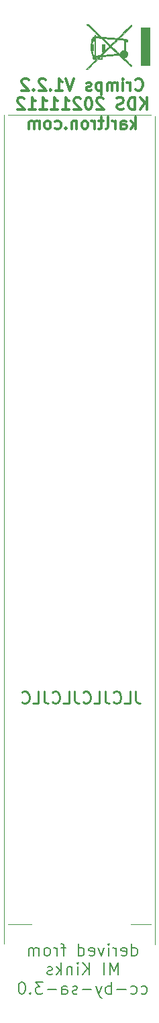
<source format=gbr>
%TF.GenerationSoftware,KiCad,Pcbnew,(6.0.7-1)-1*%
%TF.CreationDate,2022-09-24T04:55:17+07:00*%
%TF.ProjectId,benjolin_1.6_panel,62656e6a-6f6c-4696-9e5f-312e365f7061,rev?*%
%TF.SameCoordinates,Original*%
%TF.FileFunction,Legend,Bot*%
%TF.FilePolarity,Positive*%
%FSLAX46Y46*%
G04 Gerber Fmt 4.6, Leading zero omitted, Abs format (unit mm)*
G04 Created by KiCad (PCBNEW (6.0.7-1)-1) date 2022-09-24 04:55:17*
%MOMM*%
%LPD*%
G01*
G04 APERTURE LIST*
%ADD10C,0.120000*%
%ADD11C,0.300000*%
%ADD12C,0.250000*%
%ADD13C,0.200000*%
%ADD14C,0.010000*%
G04 APERTURE END LIST*
D10*
X19050000Y-142150000D02*
X19050000Y-37650000D01*
X22500000Y-139650000D02*
X19550000Y-139650000D01*
X37550000Y-139650000D02*
X35000000Y-139650000D01*
X38050000Y-37850000D02*
X38050000Y-142250000D01*
X37550000Y-37650000D02*
X19550000Y-37650000D01*
D11*
X35614285Y-34420714D02*
X35685714Y-34492142D01*
X35900000Y-34563571D01*
X36042857Y-34563571D01*
X36257142Y-34492142D01*
X36400000Y-34349285D01*
X36471428Y-34206428D01*
X36542857Y-33920714D01*
X36542857Y-33706428D01*
X36471428Y-33420714D01*
X36400000Y-33277857D01*
X36257142Y-33135000D01*
X36042857Y-33063571D01*
X35900000Y-33063571D01*
X35685714Y-33135000D01*
X35614285Y-33206428D01*
X34971428Y-34563571D02*
X34971428Y-33563571D01*
X34971428Y-33849285D02*
X34900000Y-33706428D01*
X34828571Y-33635000D01*
X34685714Y-33563571D01*
X34542857Y-33563571D01*
X34042857Y-34563571D02*
X34042857Y-33563571D01*
X34042857Y-33063571D02*
X34114285Y-33135000D01*
X34042857Y-33206428D01*
X33971428Y-33135000D01*
X34042857Y-33063571D01*
X34042857Y-33206428D01*
X33328571Y-34563571D02*
X33328571Y-33563571D01*
X33328571Y-33706428D02*
X33257142Y-33635000D01*
X33114285Y-33563571D01*
X32900000Y-33563571D01*
X32757142Y-33635000D01*
X32685714Y-33777857D01*
X32685714Y-34563571D01*
X32685714Y-33777857D02*
X32614285Y-33635000D01*
X32471428Y-33563571D01*
X32257142Y-33563571D01*
X32114285Y-33635000D01*
X32042857Y-33777857D01*
X32042857Y-34563571D01*
X31328571Y-33563571D02*
X31328571Y-35063571D01*
X31328571Y-33635000D02*
X31185714Y-33563571D01*
X30900000Y-33563571D01*
X30757142Y-33635000D01*
X30685714Y-33706428D01*
X30614285Y-33849285D01*
X30614285Y-34277857D01*
X30685714Y-34420714D01*
X30757142Y-34492142D01*
X30900000Y-34563571D01*
X31185714Y-34563571D01*
X31328571Y-34492142D01*
X30042857Y-34492142D02*
X29900000Y-34563571D01*
X29614285Y-34563571D01*
X29471428Y-34492142D01*
X29400000Y-34349285D01*
X29400000Y-34277857D01*
X29471428Y-34135000D01*
X29614285Y-34063571D01*
X29828571Y-34063571D01*
X29971428Y-33992142D01*
X30042857Y-33849285D01*
X30042857Y-33777857D01*
X29971428Y-33635000D01*
X29828571Y-33563571D01*
X29614285Y-33563571D01*
X29471428Y-33635000D01*
X27828571Y-33063571D02*
X27328571Y-34563571D01*
X26828571Y-33063571D01*
X25542857Y-34563571D02*
X26400000Y-34563571D01*
X25971428Y-34563571D02*
X25971428Y-33063571D01*
X26114285Y-33277857D01*
X26257142Y-33420714D01*
X26400000Y-33492142D01*
X24900000Y-34420714D02*
X24828571Y-34492142D01*
X24900000Y-34563571D01*
X24971428Y-34492142D01*
X24900000Y-34420714D01*
X24900000Y-34563571D01*
X24257142Y-33206428D02*
X24185714Y-33135000D01*
X24042857Y-33063571D01*
X23685714Y-33063571D01*
X23542857Y-33135000D01*
X23471428Y-33206428D01*
X23400000Y-33349285D01*
X23400000Y-33492142D01*
X23471428Y-33706428D01*
X24328571Y-34563571D01*
X23400000Y-34563571D01*
X22757142Y-34420714D02*
X22685714Y-34492142D01*
X22757142Y-34563571D01*
X22828571Y-34492142D01*
X22757142Y-34420714D01*
X22757142Y-34563571D01*
X22114285Y-33206428D02*
X22042857Y-33135000D01*
X21900000Y-33063571D01*
X21542857Y-33063571D01*
X21400000Y-33135000D01*
X21328571Y-33206428D01*
X21257142Y-33349285D01*
X21257142Y-33492142D01*
X21328571Y-33706428D01*
X22185714Y-34563571D01*
X21257142Y-34563571D01*
X37042857Y-36978571D02*
X37042857Y-35478571D01*
X36185714Y-36978571D02*
X36828571Y-36121428D01*
X36185714Y-35478571D02*
X37042857Y-36335714D01*
X35542857Y-36978571D02*
X35542857Y-35478571D01*
X35185714Y-35478571D01*
X34971428Y-35550000D01*
X34828571Y-35692857D01*
X34757142Y-35835714D01*
X34685714Y-36121428D01*
X34685714Y-36335714D01*
X34757142Y-36621428D01*
X34828571Y-36764285D01*
X34971428Y-36907142D01*
X35185714Y-36978571D01*
X35542857Y-36978571D01*
X34114285Y-36907142D02*
X33900000Y-36978571D01*
X33542857Y-36978571D01*
X33400000Y-36907142D01*
X33328571Y-36835714D01*
X33257142Y-36692857D01*
X33257142Y-36550000D01*
X33328571Y-36407142D01*
X33400000Y-36335714D01*
X33542857Y-36264285D01*
X33828571Y-36192857D01*
X33971428Y-36121428D01*
X34042857Y-36050000D01*
X34114285Y-35907142D01*
X34114285Y-35764285D01*
X34042857Y-35621428D01*
X33971428Y-35550000D01*
X33828571Y-35478571D01*
X33471428Y-35478571D01*
X33257142Y-35550000D01*
X31542857Y-35621428D02*
X31471428Y-35550000D01*
X31328571Y-35478571D01*
X30971428Y-35478571D01*
X30828571Y-35550000D01*
X30757142Y-35621428D01*
X30685714Y-35764285D01*
X30685714Y-35907142D01*
X30757142Y-36121428D01*
X31614285Y-36978571D01*
X30685714Y-36978571D01*
X29757142Y-35478571D02*
X29614285Y-35478571D01*
X29471428Y-35550000D01*
X29400000Y-35621428D01*
X29328571Y-35764285D01*
X29257142Y-36050000D01*
X29257142Y-36407142D01*
X29328571Y-36692857D01*
X29400000Y-36835714D01*
X29471428Y-36907142D01*
X29614285Y-36978571D01*
X29757142Y-36978571D01*
X29900000Y-36907142D01*
X29971428Y-36835714D01*
X30042857Y-36692857D01*
X30114285Y-36407142D01*
X30114285Y-36050000D01*
X30042857Y-35764285D01*
X29971428Y-35621428D01*
X29900000Y-35550000D01*
X29757142Y-35478571D01*
X28685714Y-35621428D02*
X28614285Y-35550000D01*
X28471428Y-35478571D01*
X28114285Y-35478571D01*
X27971428Y-35550000D01*
X27900000Y-35621428D01*
X27828571Y-35764285D01*
X27828571Y-35907142D01*
X27900000Y-36121428D01*
X28757142Y-36978571D01*
X27828571Y-36978571D01*
X26400000Y-36978571D02*
X27257142Y-36978571D01*
X26828571Y-36978571D02*
X26828571Y-35478571D01*
X26971428Y-35692857D01*
X27114285Y-35835714D01*
X27257142Y-35907142D01*
X24971428Y-36978571D02*
X25828571Y-36978571D01*
X25400000Y-36978571D02*
X25400000Y-35478571D01*
X25542857Y-35692857D01*
X25685714Y-35835714D01*
X25828571Y-35907142D01*
X23542857Y-36978571D02*
X24400000Y-36978571D01*
X23971428Y-36978571D02*
X23971428Y-35478571D01*
X24114285Y-35692857D01*
X24257142Y-35835714D01*
X24400000Y-35907142D01*
X22114285Y-36978571D02*
X22971428Y-36978571D01*
X22542857Y-36978571D02*
X22542857Y-35478571D01*
X22685714Y-35692857D01*
X22828571Y-35835714D01*
X22971428Y-35907142D01*
X21542857Y-35621428D02*
X21471428Y-35550000D01*
X21328571Y-35478571D01*
X20971428Y-35478571D01*
X20828571Y-35550000D01*
X20757142Y-35621428D01*
X20685714Y-35764285D01*
X20685714Y-35907142D01*
X20757142Y-36121428D01*
X21614285Y-36978571D01*
X20685714Y-36978571D01*
X35614285Y-39393571D02*
X35614285Y-37893571D01*
X35471428Y-38822142D02*
X35042857Y-39393571D01*
X35042857Y-38393571D02*
X35614285Y-38965000D01*
X33757142Y-39393571D02*
X33757142Y-38607857D01*
X33828571Y-38465000D01*
X33971428Y-38393571D01*
X34257142Y-38393571D01*
X34400000Y-38465000D01*
X33757142Y-39322142D02*
X33900000Y-39393571D01*
X34257142Y-39393571D01*
X34400000Y-39322142D01*
X34471428Y-39179285D01*
X34471428Y-39036428D01*
X34400000Y-38893571D01*
X34257142Y-38822142D01*
X33900000Y-38822142D01*
X33757142Y-38750714D01*
X33042857Y-39393571D02*
X33042857Y-38393571D01*
X33042857Y-38679285D02*
X32971428Y-38536428D01*
X32900000Y-38465000D01*
X32757142Y-38393571D01*
X32614285Y-38393571D01*
X31900000Y-39393571D02*
X32042857Y-39322142D01*
X32114285Y-39179285D01*
X32114285Y-37893571D01*
X31542857Y-38393571D02*
X30971428Y-38393571D01*
X31328571Y-37893571D02*
X31328571Y-39179285D01*
X31257142Y-39322142D01*
X31114285Y-39393571D01*
X30971428Y-39393571D01*
X30471428Y-39393571D02*
X30471428Y-38393571D01*
X30471428Y-38679285D02*
X30400000Y-38536428D01*
X30328571Y-38465000D01*
X30185714Y-38393571D01*
X30042857Y-38393571D01*
X29328571Y-39393571D02*
X29471428Y-39322142D01*
X29542857Y-39250714D01*
X29614285Y-39107857D01*
X29614285Y-38679285D01*
X29542857Y-38536428D01*
X29471428Y-38465000D01*
X29328571Y-38393571D01*
X29114285Y-38393571D01*
X28971428Y-38465000D01*
X28900000Y-38536428D01*
X28828571Y-38679285D01*
X28828571Y-39107857D01*
X28900000Y-39250714D01*
X28971428Y-39322142D01*
X29114285Y-39393571D01*
X29328571Y-39393571D01*
X28185714Y-38393571D02*
X28185714Y-39393571D01*
X28185714Y-38536428D02*
X28114285Y-38465000D01*
X27971428Y-38393571D01*
X27757142Y-38393571D01*
X27614285Y-38465000D01*
X27542857Y-38607857D01*
X27542857Y-39393571D01*
X26828571Y-39250714D02*
X26757142Y-39322142D01*
X26828571Y-39393571D01*
X26900000Y-39322142D01*
X26828571Y-39250714D01*
X26828571Y-39393571D01*
X25471428Y-39322142D02*
X25614285Y-39393571D01*
X25900000Y-39393571D01*
X26042857Y-39322142D01*
X26114285Y-39250714D01*
X26185714Y-39107857D01*
X26185714Y-38679285D01*
X26114285Y-38536428D01*
X26042857Y-38465000D01*
X25900000Y-38393571D01*
X25614285Y-38393571D01*
X25471428Y-38465000D01*
X24614285Y-39393571D02*
X24757142Y-39322142D01*
X24828571Y-39250714D01*
X24900000Y-39107857D01*
X24900000Y-38679285D01*
X24828571Y-38536428D01*
X24757142Y-38465000D01*
X24614285Y-38393571D01*
X24400000Y-38393571D01*
X24257142Y-38465000D01*
X24185714Y-38536428D01*
X24114285Y-38679285D01*
X24114285Y-39107857D01*
X24185714Y-39250714D01*
X24257142Y-39322142D01*
X24400000Y-39393571D01*
X24614285Y-39393571D01*
X23471428Y-39393571D02*
X23471428Y-38393571D01*
X23471428Y-38536428D02*
X23400000Y-38465000D01*
X23257142Y-38393571D01*
X23042857Y-38393571D01*
X22900000Y-38465000D01*
X22828571Y-38607857D01*
X22828571Y-39393571D01*
X22828571Y-38607857D02*
X22757142Y-38465000D01*
X22614285Y-38393571D01*
X22400000Y-38393571D01*
X22257142Y-38465000D01*
X22185714Y-38607857D01*
X22185714Y-39393571D01*
D12*
X35628571Y-110328571D02*
X35628571Y-111400000D01*
X35700000Y-111614285D01*
X35842857Y-111757142D01*
X36057142Y-111828571D01*
X36200000Y-111828571D01*
X34200000Y-111828571D02*
X34914285Y-111828571D01*
X34914285Y-110328571D01*
X32842857Y-111685714D02*
X32914285Y-111757142D01*
X33128571Y-111828571D01*
X33271428Y-111828571D01*
X33485714Y-111757142D01*
X33628571Y-111614285D01*
X33700000Y-111471428D01*
X33771428Y-111185714D01*
X33771428Y-110971428D01*
X33700000Y-110685714D01*
X33628571Y-110542857D01*
X33485714Y-110400000D01*
X33271428Y-110328571D01*
X33128571Y-110328571D01*
X32914285Y-110400000D01*
X32842857Y-110471428D01*
X31771428Y-110328571D02*
X31771428Y-111400000D01*
X31842857Y-111614285D01*
X31985714Y-111757142D01*
X32200000Y-111828571D01*
X32342857Y-111828571D01*
X30342857Y-111828571D02*
X31057142Y-111828571D01*
X31057142Y-110328571D01*
X28985714Y-111685714D02*
X29057142Y-111757142D01*
X29271428Y-111828571D01*
X29414285Y-111828571D01*
X29628571Y-111757142D01*
X29771428Y-111614285D01*
X29842857Y-111471428D01*
X29914285Y-111185714D01*
X29914285Y-110971428D01*
X29842857Y-110685714D01*
X29771428Y-110542857D01*
X29628571Y-110400000D01*
X29414285Y-110328571D01*
X29271428Y-110328571D01*
X29057142Y-110400000D01*
X28985714Y-110471428D01*
X27914285Y-110328571D02*
X27914285Y-111400000D01*
X27985714Y-111614285D01*
X28128571Y-111757142D01*
X28342857Y-111828571D01*
X28485714Y-111828571D01*
X26485714Y-111828571D02*
X27200000Y-111828571D01*
X27200000Y-110328571D01*
X25128571Y-111685714D02*
X25200000Y-111757142D01*
X25414285Y-111828571D01*
X25557142Y-111828571D01*
X25771428Y-111757142D01*
X25914285Y-111614285D01*
X25985714Y-111471428D01*
X26057142Y-111185714D01*
X26057142Y-110971428D01*
X25985714Y-110685714D01*
X25914285Y-110542857D01*
X25771428Y-110400000D01*
X25557142Y-110328571D01*
X25414285Y-110328571D01*
X25200000Y-110400000D01*
X25128571Y-110471428D01*
X24057142Y-110328571D02*
X24057142Y-111400000D01*
X24128571Y-111614285D01*
X24271428Y-111757142D01*
X24485714Y-111828571D01*
X24628571Y-111828571D01*
X22628571Y-111828571D02*
X23342857Y-111828571D01*
X23342857Y-110328571D01*
X21271428Y-111685714D02*
X21342857Y-111757142D01*
X21557142Y-111828571D01*
X21700000Y-111828571D01*
X21914285Y-111757142D01*
X22057142Y-111614285D01*
X22128571Y-111471428D01*
X22200000Y-111185714D01*
X22200000Y-110971428D01*
X22128571Y-110685714D01*
X22057142Y-110542857D01*
X21914285Y-110400000D01*
X21700000Y-110328571D01*
X21557142Y-110328571D01*
X21342857Y-110400000D01*
X21271428Y-110471428D01*
D13*
X35128571Y-143613571D02*
X35128571Y-142113571D01*
X35128571Y-143542142D02*
X35271428Y-143613571D01*
X35557142Y-143613571D01*
X35700000Y-143542142D01*
X35771428Y-143470714D01*
X35842857Y-143327857D01*
X35842857Y-142899285D01*
X35771428Y-142756428D01*
X35700000Y-142685000D01*
X35557142Y-142613571D01*
X35271428Y-142613571D01*
X35128571Y-142685000D01*
X33842857Y-143542142D02*
X33985714Y-143613571D01*
X34271428Y-143613571D01*
X34414285Y-143542142D01*
X34485714Y-143399285D01*
X34485714Y-142827857D01*
X34414285Y-142685000D01*
X34271428Y-142613571D01*
X33985714Y-142613571D01*
X33842857Y-142685000D01*
X33771428Y-142827857D01*
X33771428Y-142970714D01*
X34485714Y-143113571D01*
X33128571Y-143613571D02*
X33128571Y-142613571D01*
X33128571Y-142899285D02*
X33057142Y-142756428D01*
X32985714Y-142685000D01*
X32842857Y-142613571D01*
X32700000Y-142613571D01*
X32200000Y-143613571D02*
X32200000Y-142613571D01*
X32200000Y-142113571D02*
X32271428Y-142185000D01*
X32200000Y-142256428D01*
X32128571Y-142185000D01*
X32200000Y-142113571D01*
X32200000Y-142256428D01*
X31628571Y-142613571D02*
X31271428Y-143613571D01*
X30914285Y-142613571D01*
X29771428Y-143542142D02*
X29914285Y-143613571D01*
X30200000Y-143613571D01*
X30342857Y-143542142D01*
X30414285Y-143399285D01*
X30414285Y-142827857D01*
X30342857Y-142685000D01*
X30200000Y-142613571D01*
X29914285Y-142613571D01*
X29771428Y-142685000D01*
X29700000Y-142827857D01*
X29700000Y-142970714D01*
X30414285Y-143113571D01*
X28414285Y-143613571D02*
X28414285Y-142113571D01*
X28414285Y-143542142D02*
X28557142Y-143613571D01*
X28842857Y-143613571D01*
X28985714Y-143542142D01*
X29057142Y-143470714D01*
X29128571Y-143327857D01*
X29128571Y-142899285D01*
X29057142Y-142756428D01*
X28985714Y-142685000D01*
X28842857Y-142613571D01*
X28557142Y-142613571D01*
X28414285Y-142685000D01*
X26771428Y-142613571D02*
X26200000Y-142613571D01*
X26557142Y-143613571D02*
X26557142Y-142327857D01*
X26485714Y-142185000D01*
X26342857Y-142113571D01*
X26200000Y-142113571D01*
X25700000Y-143613571D02*
X25700000Y-142613571D01*
X25700000Y-142899285D02*
X25628571Y-142756428D01*
X25557142Y-142685000D01*
X25414285Y-142613571D01*
X25271428Y-142613571D01*
X24557142Y-143613571D02*
X24700000Y-143542142D01*
X24771428Y-143470714D01*
X24842857Y-143327857D01*
X24842857Y-142899285D01*
X24771428Y-142756428D01*
X24700000Y-142685000D01*
X24557142Y-142613571D01*
X24342857Y-142613571D01*
X24200000Y-142685000D01*
X24128571Y-142756428D01*
X24057142Y-142899285D01*
X24057142Y-143327857D01*
X24128571Y-143470714D01*
X24200000Y-143542142D01*
X24342857Y-143613571D01*
X24557142Y-143613571D01*
X23414285Y-143613571D02*
X23414285Y-142613571D01*
X23414285Y-142756428D02*
X23342857Y-142685000D01*
X23200000Y-142613571D01*
X22985714Y-142613571D01*
X22842857Y-142685000D01*
X22771428Y-142827857D01*
X22771428Y-143613571D01*
X22771428Y-142827857D02*
X22700000Y-142685000D01*
X22557142Y-142613571D01*
X22342857Y-142613571D01*
X22200000Y-142685000D01*
X22128571Y-142827857D01*
X22128571Y-143613571D01*
X33378571Y-146028571D02*
X33378571Y-144528571D01*
X32878571Y-145600000D01*
X32378571Y-144528571D01*
X32378571Y-146028571D01*
X31664285Y-146028571D02*
X31664285Y-144528571D01*
X29807142Y-146028571D02*
X29807142Y-144528571D01*
X28950000Y-146028571D02*
X29592857Y-145171428D01*
X28950000Y-144528571D02*
X29807142Y-145385714D01*
X28307142Y-146028571D02*
X28307142Y-145028571D01*
X28307142Y-144528571D02*
X28378571Y-144600000D01*
X28307142Y-144671428D01*
X28235714Y-144600000D01*
X28307142Y-144528571D01*
X28307142Y-144671428D01*
X27592857Y-145028571D02*
X27592857Y-146028571D01*
X27592857Y-145171428D02*
X27521428Y-145100000D01*
X27378571Y-145028571D01*
X27164285Y-145028571D01*
X27021428Y-145100000D01*
X26950000Y-145242857D01*
X26950000Y-146028571D01*
X26235714Y-146028571D02*
X26235714Y-144528571D01*
X26092857Y-145457142D02*
X25664285Y-146028571D01*
X25664285Y-145028571D02*
X26235714Y-145600000D01*
X25092857Y-145957142D02*
X24950000Y-146028571D01*
X24664285Y-146028571D01*
X24521428Y-145957142D01*
X24450000Y-145814285D01*
X24450000Y-145742857D01*
X24521428Y-145600000D01*
X24664285Y-145528571D01*
X24878571Y-145528571D01*
X25021428Y-145457142D01*
X25092857Y-145314285D01*
X25092857Y-145242857D01*
X25021428Y-145100000D01*
X24878571Y-145028571D01*
X24664285Y-145028571D01*
X24521428Y-145100000D01*
X36342857Y-148372142D02*
X36485714Y-148443571D01*
X36771428Y-148443571D01*
X36914285Y-148372142D01*
X36985714Y-148300714D01*
X37057142Y-148157857D01*
X37057142Y-147729285D01*
X36985714Y-147586428D01*
X36914285Y-147515000D01*
X36771428Y-147443571D01*
X36485714Y-147443571D01*
X36342857Y-147515000D01*
X35057142Y-148372142D02*
X35200000Y-148443571D01*
X35485714Y-148443571D01*
X35628571Y-148372142D01*
X35700000Y-148300714D01*
X35771428Y-148157857D01*
X35771428Y-147729285D01*
X35700000Y-147586428D01*
X35628571Y-147515000D01*
X35485714Y-147443571D01*
X35200000Y-147443571D01*
X35057142Y-147515000D01*
X34414285Y-147872142D02*
X33271428Y-147872142D01*
X32557142Y-148443571D02*
X32557142Y-146943571D01*
X32557142Y-147515000D02*
X32414285Y-147443571D01*
X32128571Y-147443571D01*
X31985714Y-147515000D01*
X31914285Y-147586428D01*
X31842857Y-147729285D01*
X31842857Y-148157857D01*
X31914285Y-148300714D01*
X31985714Y-148372142D01*
X32128571Y-148443571D01*
X32414285Y-148443571D01*
X32557142Y-148372142D01*
X31342857Y-147443571D02*
X30985714Y-148443571D01*
X30628571Y-147443571D02*
X30985714Y-148443571D01*
X31128571Y-148800714D01*
X31200000Y-148872142D01*
X31342857Y-148943571D01*
X30057142Y-147872142D02*
X28914285Y-147872142D01*
X28271428Y-148372142D02*
X28128571Y-148443571D01*
X27842857Y-148443571D01*
X27700000Y-148372142D01*
X27628571Y-148229285D01*
X27628571Y-148157857D01*
X27700000Y-148015000D01*
X27842857Y-147943571D01*
X28057142Y-147943571D01*
X28200000Y-147872142D01*
X28271428Y-147729285D01*
X28271428Y-147657857D01*
X28200000Y-147515000D01*
X28057142Y-147443571D01*
X27842857Y-147443571D01*
X27700000Y-147515000D01*
X26342857Y-148443571D02*
X26342857Y-147657857D01*
X26414285Y-147515000D01*
X26557142Y-147443571D01*
X26842857Y-147443571D01*
X26985714Y-147515000D01*
X26342857Y-148372142D02*
X26485714Y-148443571D01*
X26842857Y-148443571D01*
X26985714Y-148372142D01*
X27057142Y-148229285D01*
X27057142Y-148086428D01*
X26985714Y-147943571D01*
X26842857Y-147872142D01*
X26485714Y-147872142D01*
X26342857Y-147800714D01*
X25628571Y-147872142D02*
X24485714Y-147872142D01*
X23914285Y-146943571D02*
X22985714Y-146943571D01*
X23485714Y-147515000D01*
X23271428Y-147515000D01*
X23128571Y-147586428D01*
X23057142Y-147657857D01*
X22985714Y-147800714D01*
X22985714Y-148157857D01*
X23057142Y-148300714D01*
X23128571Y-148372142D01*
X23271428Y-148443571D01*
X23700000Y-148443571D01*
X23842857Y-148372142D01*
X23914285Y-148300714D01*
X22342857Y-148300714D02*
X22271428Y-148372142D01*
X22342857Y-148443571D01*
X22414285Y-148372142D01*
X22342857Y-148300714D01*
X22342857Y-148443571D01*
X21342857Y-146943571D02*
X21200000Y-146943571D01*
X21057142Y-147015000D01*
X20985714Y-147086428D01*
X20914285Y-147229285D01*
X20842857Y-147515000D01*
X20842857Y-147872142D01*
X20914285Y-148157857D01*
X20985714Y-148300714D01*
X21057142Y-148372142D01*
X21200000Y-148443571D01*
X21342857Y-148443571D01*
X21485714Y-148372142D01*
X21557142Y-148300714D01*
X21628571Y-148157857D01*
X21700000Y-147872142D01*
X21700000Y-147515000D01*
X21628571Y-147229285D01*
X21557142Y-147086428D01*
X21485714Y-147015000D01*
X21342857Y-146943571D01*
%TO.C,REF\u002A\u002A*%
G36*
X37410526Y-31347763D02*
G01*
X36257500Y-31347763D01*
X36257500Y-26668816D01*
X37410526Y-26668816D01*
X37410526Y-31347763D01*
G37*
D14*
X37410526Y-31347763D02*
X36257500Y-31347763D01*
X36257500Y-26668816D01*
X37410526Y-26668816D01*
X37410526Y-31347763D01*
G36*
X30812183Y-27769567D02*
G01*
X30844483Y-27772225D01*
X30925340Y-27778417D01*
X30991135Y-27782792D01*
X31035791Y-27784970D01*
X31053233Y-27784574D01*
X31048219Y-27778815D01*
X31022083Y-27752538D01*
X30975758Y-27707112D01*
X30911647Y-27644834D01*
X30832150Y-27568003D01*
X30739669Y-27478920D01*
X30636606Y-27379881D01*
X30525362Y-27273186D01*
X30408338Y-27161135D01*
X30287936Y-27046025D01*
X30166558Y-26930156D01*
X30046604Y-26815826D01*
X29930476Y-26705334D01*
X29820575Y-26600979D01*
X29719304Y-26505060D01*
X29629063Y-26419876D01*
X29552253Y-26347725D01*
X29414539Y-26218806D01*
X29531852Y-26218219D01*
X29649164Y-26217632D01*
X30488485Y-27015714D01*
X31327807Y-27813796D01*
X31519106Y-27829750D01*
X32284528Y-27893581D01*
X32420287Y-27904862D01*
X32590154Y-27918860D01*
X32748505Y-27931780D01*
X32892228Y-27943373D01*
X33018210Y-27953393D01*
X33123338Y-27961593D01*
X33204501Y-27967726D01*
X33258586Y-27971544D01*
X33282480Y-27972801D01*
X33293429Y-27969483D01*
X33317071Y-27954571D01*
X33352703Y-27926291D01*
X33368277Y-27912642D01*
X33401948Y-27883136D01*
X33466428Y-27823601D01*
X33547768Y-27746180D01*
X33647591Y-27649368D01*
X33767520Y-27531658D01*
X33909179Y-27391546D01*
X34002136Y-27299372D01*
X34131795Y-27170881D01*
X34261079Y-27042841D01*
X34386097Y-26919100D01*
X34502959Y-26803508D01*
X34607774Y-26699915D01*
X34696652Y-26612169D01*
X34765702Y-26544119D01*
X35036757Y-26277383D01*
X35087326Y-26325831D01*
X35098719Y-26337257D01*
X35126697Y-26370965D01*
X35137895Y-26394090D01*
X35128335Y-26412195D01*
X35099649Y-26445855D01*
X35058520Y-26486208D01*
X35032542Y-26510770D01*
X34985104Y-26556577D01*
X34918566Y-26621317D01*
X34835263Y-26702705D01*
X34737528Y-26798455D01*
X34627695Y-26906279D01*
X34508096Y-27023892D01*
X34381066Y-27149008D01*
X34248938Y-27279341D01*
X33518732Y-28000169D01*
X33898017Y-28029531D01*
X33978972Y-28035932D01*
X34087793Y-28045279D01*
X34170217Y-28053710D01*
X34230575Y-28061849D01*
X34273200Y-28070321D01*
X34302424Y-28079750D01*
X34322580Y-28090763D01*
X34350750Y-28106175D01*
X34402539Y-28118857D01*
X34477152Y-28122632D01*
X34586447Y-28122632D01*
X34586447Y-28423421D01*
X34352500Y-28423421D01*
X34352500Y-29547168D01*
X34426295Y-29612125D01*
X34445511Y-29629890D01*
X34522712Y-29726169D01*
X34570239Y-29834951D01*
X34586447Y-29952738D01*
X34577854Y-30056673D01*
X34541628Y-30174230D01*
X34476882Y-30274866D01*
X34458378Y-30294480D01*
X34398475Y-30343497D01*
X34328693Y-30386503D01*
X34259909Y-30417342D01*
X34203002Y-30429859D01*
X34194741Y-30430101D01*
X34164471Y-30431901D01*
X34143563Y-30436608D01*
X34133669Y-30446456D01*
X34136444Y-30463677D01*
X34153540Y-30490506D01*
X34186610Y-30529176D01*
X34237307Y-30581920D01*
X34307285Y-30650972D01*
X34398197Y-30738566D01*
X34511695Y-30846935D01*
X34572280Y-30904658D01*
X34673718Y-31001145D01*
X34769889Y-31092432D01*
X34857013Y-31174941D01*
X34931311Y-31245094D01*
X34989003Y-31299315D01*
X35026310Y-31334026D01*
X35129539Y-31428908D01*
X35071052Y-31487551D01*
X35012566Y-31546195D01*
X34252237Y-30820821D01*
X34204263Y-30775084D01*
X34032940Y-30612367D01*
X33884738Y-30472687D01*
X33759198Y-30355627D01*
X33655861Y-30260767D01*
X33574266Y-30187689D01*
X33513955Y-30135974D01*
X33474466Y-30105204D01*
X33455342Y-30094960D01*
X33455229Y-30094959D01*
X33431394Y-30096364D01*
X33377967Y-30100469D01*
X33298584Y-30106952D01*
X33196880Y-30115492D01*
X33076493Y-30125767D01*
X32941057Y-30137456D01*
X32794211Y-30150237D01*
X32639590Y-30163788D01*
X32480830Y-30177788D01*
X32321568Y-30191915D01*
X32165441Y-30205847D01*
X32016083Y-30219264D01*
X31877133Y-30231843D01*
X31752226Y-30243262D01*
X31644998Y-30253201D01*
X31559087Y-30261338D01*
X31498127Y-30267350D01*
X31465756Y-30270917D01*
X31394737Y-30280337D01*
X31394737Y-30645921D01*
X31114835Y-30646359D01*
X30834934Y-30646796D01*
X30225000Y-31247115D01*
X29615066Y-31847433D01*
X29499337Y-31848256D01*
X29383610Y-31849079D01*
X30113449Y-31129031D01*
X30183944Y-31059436D01*
X30329828Y-30915025D01*
X30453875Y-30791558D01*
X30557611Y-30687440D01*
X30642562Y-30601075D01*
X30710256Y-30530868D01*
X30727655Y-30512237D01*
X30969584Y-30512237D01*
X31261052Y-30512237D01*
X31261052Y-30403618D01*
X31261044Y-30393955D01*
X31259880Y-30339396D01*
X31254902Y-30309724D01*
X31243477Y-30297429D01*
X31222971Y-30295000D01*
X31192829Y-30305699D01*
X31142687Y-30342346D01*
X31077237Y-30403618D01*
X30969584Y-30512237D01*
X30727655Y-30512237D01*
X30762219Y-30475224D01*
X30799977Y-30432548D01*
X30825057Y-30401244D01*
X30838986Y-30379718D01*
X30843289Y-30366375D01*
X30841986Y-30343875D01*
X30832468Y-30331244D01*
X30806427Y-30329066D01*
X30755559Y-30334303D01*
X30723533Y-30337914D01*
X30670002Y-30342939D01*
X30634408Y-30344963D01*
X30622138Y-30345955D01*
X30608996Y-30355614D01*
X30604641Y-30382297D01*
X30606542Y-30434098D01*
X30607287Y-30447324D01*
X30606447Y-30500267D01*
X30594813Y-30537927D01*
X30568396Y-30575044D01*
X30562835Y-30581437D01*
X30495487Y-30633715D01*
X30417754Y-30656719D01*
X30336211Y-30649672D01*
X30257434Y-30611797D01*
X30252529Y-30608132D01*
X30210327Y-30557514D01*
X30185365Y-30491526D01*
X30178725Y-30420393D01*
X30191492Y-30354336D01*
X30224750Y-30303581D01*
X30241729Y-30286396D01*
X30245844Y-30269655D01*
X30233115Y-30245682D01*
X30201332Y-30205201D01*
X30191564Y-30192781D01*
X30129911Y-30096889D01*
X30075084Y-29983285D01*
X30031033Y-29862547D01*
X30001706Y-29745254D01*
X29991052Y-29641983D01*
X29990968Y-29631012D01*
X29985031Y-29570030D01*
X29968385Y-29536540D01*
X29939133Y-29526316D01*
X29929917Y-29525115D01*
X29921991Y-29518551D01*
X29916189Y-29502609D01*
X29912181Y-29473281D01*
X29909639Y-29426560D01*
X29908937Y-29392632D01*
X30041184Y-29392632D01*
X30124737Y-29392632D01*
X30124737Y-28891316D01*
X30041184Y-28891316D01*
X30041184Y-29392632D01*
X29908937Y-29392632D01*
X29908230Y-29358441D01*
X29907628Y-29264914D01*
X29907500Y-29141974D01*
X29907725Y-29026781D01*
X29908635Y-28928874D01*
X29910469Y-28857200D01*
X29913466Y-28807999D01*
X29917863Y-28777510D01*
X29923898Y-28761975D01*
X29931808Y-28757632D01*
X30121345Y-28757632D01*
X30258421Y-28757632D01*
X30258421Y-29526316D01*
X30137596Y-29526316D01*
X30149065Y-29622401D01*
X30173646Y-29769213D01*
X30218089Y-29916968D01*
X30280062Y-30039186D01*
X30360413Y-30137938D01*
X30425526Y-30201519D01*
X30425526Y-30188026D01*
X30575921Y-30188026D01*
X30638585Y-30182496D01*
X30667017Y-30179942D01*
X30744642Y-30171982D01*
X30795769Y-30164139D01*
X30825711Y-30154969D01*
X30839780Y-30143027D01*
X30843289Y-30126871D01*
X30845679Y-30112344D01*
X30852991Y-30106176D01*
X31400868Y-30106176D01*
X31411538Y-30106427D01*
X31452630Y-30104228D01*
X31521735Y-30099389D01*
X31615870Y-30092152D01*
X31732053Y-30082759D01*
X31867299Y-30071453D01*
X32018627Y-30058477D01*
X32183054Y-30044071D01*
X32357597Y-30028479D01*
X32492206Y-30016290D01*
X32659145Y-30001024D01*
X32813618Y-29986731D01*
X32952649Y-29973695D01*
X33073264Y-29962200D01*
X33172489Y-29952530D01*
X33247348Y-29944970D01*
X33294867Y-29939803D01*
X33312072Y-29937314D01*
X33306742Y-29929764D01*
X33280578Y-29902078D01*
X33235637Y-29857091D01*
X33175191Y-29797900D01*
X33102509Y-29727601D01*
X33020864Y-29649292D01*
X32933526Y-29566070D01*
X32843767Y-29481031D01*
X32754858Y-29397273D01*
X32670070Y-29317893D01*
X32592673Y-29245987D01*
X32525941Y-29184653D01*
X32473142Y-29136987D01*
X32437550Y-29106087D01*
X32422434Y-29095049D01*
X32407785Y-29105869D01*
X32372722Y-29137326D01*
X32320265Y-29186497D01*
X32253372Y-29250456D01*
X32174999Y-29326277D01*
X32088103Y-29411033D01*
X31995641Y-29501798D01*
X31900569Y-29595644D01*
X31805845Y-29689646D01*
X31714424Y-29780876D01*
X31629265Y-29866409D01*
X31553323Y-29943317D01*
X31489556Y-30008674D01*
X31440920Y-30059554D01*
X31410372Y-30093030D01*
X31400868Y-30106176D01*
X30852991Y-30106176D01*
X30857098Y-30102711D01*
X30883645Y-30097328D01*
X30931414Y-30094985D01*
X31006502Y-30094474D01*
X31169715Y-30094474D01*
X31222971Y-30041052D01*
X31352960Y-29910658D01*
X31536206Y-29726842D01*
X31394737Y-29726842D01*
X31394737Y-28724210D01*
X31712237Y-28724210D01*
X31712237Y-29546173D01*
X32000493Y-29267411D01*
X32055548Y-29214016D01*
X32131120Y-29140183D01*
X32196082Y-29076071D01*
X32247060Y-29025039D01*
X32280681Y-28990443D01*
X32293574Y-28975643D01*
X32290018Y-28970017D01*
X32286637Y-28966285D01*
X32553521Y-28966285D01*
X32559314Y-28976569D01*
X32585675Y-29007199D01*
X32629709Y-29053295D01*
X32687444Y-29110735D01*
X32754911Y-29175395D01*
X32772804Y-29192262D01*
X32852839Y-29267893D01*
X32947977Y-29358016D01*
X33051067Y-29455845D01*
X33154956Y-29554595D01*
X33252493Y-29647480D01*
X33258346Y-29653060D01*
X33349214Y-29739416D01*
X33419577Y-29805310D01*
X33472783Y-29853349D01*
X33512177Y-29886137D01*
X33541108Y-29906280D01*
X33562922Y-29916384D01*
X33580967Y-29919053D01*
X33598589Y-29916894D01*
X33600430Y-29916517D01*
X33642171Y-29898520D01*
X33661620Y-29862572D01*
X33703083Y-29751763D01*
X33772156Y-29653037D01*
X33863524Y-29575389D01*
X33973195Y-29522172D01*
X34097173Y-29496742D01*
X34202105Y-29488319D01*
X34202105Y-28226518D01*
X34164506Y-28217720D01*
X34155279Y-28216164D01*
X34114018Y-28211328D01*
X34047304Y-28204729D01*
X33960453Y-28196858D01*
X33858777Y-28188203D01*
X33747592Y-28179257D01*
X33368277Y-28149591D01*
X32962198Y-28549468D01*
X32887961Y-28622813D01*
X32797837Y-28712553D01*
X32717775Y-28793060D01*
X32650542Y-28861512D01*
X32598910Y-28915083D01*
X32565646Y-28950948D01*
X32553521Y-28966285D01*
X32286637Y-28966285D01*
X32266118Y-28943637D01*
X32221862Y-28898151D01*
X32159708Y-28835988D01*
X32082115Y-28759578D01*
X31991540Y-28671351D01*
X31890441Y-28573738D01*
X31781275Y-28469167D01*
X31670964Y-28364060D01*
X31562246Y-28261026D01*
X31473136Y-28177470D01*
X31401271Y-28111346D01*
X31344289Y-28060613D01*
X31299828Y-28023225D01*
X31265525Y-27997140D01*
X31260572Y-27993996D01*
X31519106Y-27993996D01*
X31519416Y-27994556D01*
X31534623Y-28010337D01*
X31570303Y-28045394D01*
X31623220Y-28096637D01*
X31690139Y-28160981D01*
X31767823Y-28235336D01*
X31853036Y-28316615D01*
X31942541Y-28401730D01*
X32033102Y-28487594D01*
X32121483Y-28571119D01*
X32204448Y-28649216D01*
X32278760Y-28718798D01*
X32422434Y-28852859D01*
X32425186Y-28855426D01*
X32791299Y-28489029D01*
X32880679Y-28399431D01*
X32964320Y-28314987D01*
X33028027Y-28249573D01*
X33073868Y-28200792D01*
X33103909Y-28166247D01*
X33120218Y-28143541D01*
X33124862Y-28130278D01*
X33119908Y-28124060D01*
X33107423Y-28122491D01*
X33087363Y-28121485D01*
X33035712Y-28117860D01*
X32957320Y-28111870D01*
X32855759Y-28103802D01*
X32734602Y-28093945D01*
X32597421Y-28082587D01*
X32447787Y-28070016D01*
X32289271Y-28056520D01*
X32149563Y-28044605D01*
X32002414Y-28032189D01*
X31868805Y-28021057D01*
X31752028Y-28011474D01*
X31655378Y-28003710D01*
X31582145Y-27998031D01*
X31535624Y-27994703D01*
X31519106Y-27993996D01*
X31260572Y-27993996D01*
X31239017Y-27980313D01*
X31217942Y-27970702D01*
X31199939Y-27966261D01*
X31191169Y-27965084D01*
X31142847Y-27959864D01*
X31071707Y-27953258D01*
X30985861Y-27945992D01*
X30893421Y-27938793D01*
X30861225Y-27936352D01*
X30774236Y-27929299D01*
X30699203Y-27922575D01*
X30643255Y-27916840D01*
X30613520Y-27912760D01*
X30575921Y-27904758D01*
X30575921Y-30188026D01*
X30425526Y-30188026D01*
X30425526Y-28321694D01*
X30305007Y-28326603D01*
X30184488Y-28331513D01*
X30164348Y-28431776D01*
X30155214Y-28482057D01*
X30142425Y-28566025D01*
X30132776Y-28644835D01*
X30121345Y-28757632D01*
X29931808Y-28757632D01*
X29951232Y-28743347D01*
X29963627Y-28703322D01*
X29965796Y-28688003D01*
X29973430Y-28635770D01*
X29983778Y-28566263D01*
X29995240Y-28490263D01*
X30001075Y-28448349D01*
X30007394Y-28387008D01*
X30008918Y-28343727D01*
X30005197Y-28325943D01*
X30002773Y-28322906D01*
X29996785Y-28294870D01*
X29992617Y-28244436D01*
X29991052Y-28179726D01*
X29991052Y-28039079D01*
X30041184Y-28039063D01*
X30045362Y-28039062D01*
X30062572Y-28038405D01*
X30091467Y-28029859D01*
X30092205Y-28029126D01*
X30291842Y-28029126D01*
X30293536Y-28031350D01*
X30316810Y-28036869D01*
X30358684Y-28039079D01*
X30425526Y-28039079D01*
X30425526Y-27963294D01*
X30425366Y-27940588D01*
X30422442Y-27906946D01*
X30412970Y-27897234D01*
X30393267Y-27904773D01*
X30389511Y-27907001D01*
X30360623Y-27932010D01*
X30328563Y-27968243D01*
X30302560Y-28004387D01*
X30291842Y-28029126D01*
X30092205Y-28029126D01*
X30115972Y-28005534D01*
X30145143Y-27958082D01*
X30171793Y-27916427D01*
X30222960Y-27853011D01*
X30280400Y-27795540D01*
X30336279Y-27751578D01*
X30382762Y-27728689D01*
X30400674Y-27723081D01*
X30412970Y-27712691D01*
X30417116Y-27709188D01*
X30424083Y-27680555D01*
X30425526Y-27627859D01*
X30425526Y-27537763D01*
X30575921Y-27537763D01*
X30575921Y-27749772D01*
X30812183Y-27769567D01*
G37*
X30812183Y-27769567D02*
X30844483Y-27772225D01*
X30925340Y-27778417D01*
X30991135Y-27782792D01*
X31035791Y-27784970D01*
X31053233Y-27784574D01*
X31048219Y-27778815D01*
X31022083Y-27752538D01*
X30975758Y-27707112D01*
X30911647Y-27644834D01*
X30832150Y-27568003D01*
X30739669Y-27478920D01*
X30636606Y-27379881D01*
X30525362Y-27273186D01*
X30408338Y-27161135D01*
X30287936Y-27046025D01*
X30166558Y-26930156D01*
X30046604Y-26815826D01*
X29930476Y-26705334D01*
X29820575Y-26600979D01*
X29719304Y-26505060D01*
X29629063Y-26419876D01*
X29552253Y-26347725D01*
X29414539Y-26218806D01*
X29531852Y-26218219D01*
X29649164Y-26217632D01*
X30488485Y-27015714D01*
X31327807Y-27813796D01*
X31519106Y-27829750D01*
X32284528Y-27893581D01*
X32420287Y-27904862D01*
X32590154Y-27918860D01*
X32748505Y-27931780D01*
X32892228Y-27943373D01*
X33018210Y-27953393D01*
X33123338Y-27961593D01*
X33204501Y-27967726D01*
X33258586Y-27971544D01*
X33282480Y-27972801D01*
X33293429Y-27969483D01*
X33317071Y-27954571D01*
X33352703Y-27926291D01*
X33368277Y-27912642D01*
X33401948Y-27883136D01*
X33466428Y-27823601D01*
X33547768Y-27746180D01*
X33647591Y-27649368D01*
X33767520Y-27531658D01*
X33909179Y-27391546D01*
X34002136Y-27299372D01*
X34131795Y-27170881D01*
X34261079Y-27042841D01*
X34386097Y-26919100D01*
X34502959Y-26803508D01*
X34607774Y-26699915D01*
X34696652Y-26612169D01*
X34765702Y-26544119D01*
X35036757Y-26277383D01*
X35087326Y-26325831D01*
X35098719Y-26337257D01*
X35126697Y-26370965D01*
X35137895Y-26394090D01*
X35128335Y-26412195D01*
X35099649Y-26445855D01*
X35058520Y-26486208D01*
X35032542Y-26510770D01*
X34985104Y-26556577D01*
X34918566Y-26621317D01*
X34835263Y-26702705D01*
X34737528Y-26798455D01*
X34627695Y-26906279D01*
X34508096Y-27023892D01*
X34381066Y-27149008D01*
X34248938Y-27279341D01*
X33518732Y-28000169D01*
X33898017Y-28029531D01*
X33978972Y-28035932D01*
X34087793Y-28045279D01*
X34170217Y-28053710D01*
X34230575Y-28061849D01*
X34273200Y-28070321D01*
X34302424Y-28079750D01*
X34322580Y-28090763D01*
X34350750Y-28106175D01*
X34402539Y-28118857D01*
X34477152Y-28122632D01*
X34586447Y-28122632D01*
X34586447Y-28423421D01*
X34352500Y-28423421D01*
X34352500Y-29547168D01*
X34426295Y-29612125D01*
X34445511Y-29629890D01*
X34522712Y-29726169D01*
X34570239Y-29834951D01*
X34586447Y-29952738D01*
X34577854Y-30056673D01*
X34541628Y-30174230D01*
X34476882Y-30274866D01*
X34458378Y-30294480D01*
X34398475Y-30343497D01*
X34328693Y-30386503D01*
X34259909Y-30417342D01*
X34203002Y-30429859D01*
X34194741Y-30430101D01*
X34164471Y-30431901D01*
X34143563Y-30436608D01*
X34133669Y-30446456D01*
X34136444Y-30463677D01*
X34153540Y-30490506D01*
X34186610Y-30529176D01*
X34237307Y-30581920D01*
X34307285Y-30650972D01*
X34398197Y-30738566D01*
X34511695Y-30846935D01*
X34572280Y-30904658D01*
X34673718Y-31001145D01*
X34769889Y-31092432D01*
X34857013Y-31174941D01*
X34931311Y-31245094D01*
X34989003Y-31299315D01*
X35026310Y-31334026D01*
X35129539Y-31428908D01*
X35071052Y-31487551D01*
X35012566Y-31546195D01*
X34252237Y-30820821D01*
X34204263Y-30775084D01*
X34032940Y-30612367D01*
X33884738Y-30472687D01*
X33759198Y-30355627D01*
X33655861Y-30260767D01*
X33574266Y-30187689D01*
X33513955Y-30135974D01*
X33474466Y-30105204D01*
X33455342Y-30094960D01*
X33455229Y-30094959D01*
X33431394Y-30096364D01*
X33377967Y-30100469D01*
X33298584Y-30106952D01*
X33196880Y-30115492D01*
X33076493Y-30125767D01*
X32941057Y-30137456D01*
X32794211Y-30150237D01*
X32639590Y-30163788D01*
X32480830Y-30177788D01*
X32321568Y-30191915D01*
X32165441Y-30205847D01*
X32016083Y-30219264D01*
X31877133Y-30231843D01*
X31752226Y-30243262D01*
X31644998Y-30253201D01*
X31559087Y-30261338D01*
X31498127Y-30267350D01*
X31465756Y-30270917D01*
X31394737Y-30280337D01*
X31394737Y-30645921D01*
X31114835Y-30646359D01*
X30834934Y-30646796D01*
X30225000Y-31247115D01*
X29615066Y-31847433D01*
X29499337Y-31848256D01*
X29383610Y-31849079D01*
X30113449Y-31129031D01*
X30183944Y-31059436D01*
X30329828Y-30915025D01*
X30453875Y-30791558D01*
X30557611Y-30687440D01*
X30642562Y-30601075D01*
X30710256Y-30530868D01*
X30727655Y-30512237D01*
X30969584Y-30512237D01*
X31261052Y-30512237D01*
X31261052Y-30403618D01*
X31261044Y-30393955D01*
X31259880Y-30339396D01*
X31254902Y-30309724D01*
X31243477Y-30297429D01*
X31222971Y-30295000D01*
X31192829Y-30305699D01*
X31142687Y-30342346D01*
X31077237Y-30403618D01*
X30969584Y-30512237D01*
X30727655Y-30512237D01*
X30762219Y-30475224D01*
X30799977Y-30432548D01*
X30825057Y-30401244D01*
X30838986Y-30379718D01*
X30843289Y-30366375D01*
X30841986Y-30343875D01*
X30832468Y-30331244D01*
X30806427Y-30329066D01*
X30755559Y-30334303D01*
X30723533Y-30337914D01*
X30670002Y-30342939D01*
X30634408Y-30344963D01*
X30622138Y-30345955D01*
X30608996Y-30355614D01*
X30604641Y-30382297D01*
X30606542Y-30434098D01*
X30607287Y-30447324D01*
X30606447Y-30500267D01*
X30594813Y-30537927D01*
X30568396Y-30575044D01*
X30562835Y-30581437D01*
X30495487Y-30633715D01*
X30417754Y-30656719D01*
X30336211Y-30649672D01*
X30257434Y-30611797D01*
X30252529Y-30608132D01*
X30210327Y-30557514D01*
X30185365Y-30491526D01*
X30178725Y-30420393D01*
X30191492Y-30354336D01*
X30224750Y-30303581D01*
X30241729Y-30286396D01*
X30245844Y-30269655D01*
X30233115Y-30245682D01*
X30201332Y-30205201D01*
X30191564Y-30192781D01*
X30129911Y-30096889D01*
X30075084Y-29983285D01*
X30031033Y-29862547D01*
X30001706Y-29745254D01*
X29991052Y-29641983D01*
X29990968Y-29631012D01*
X29985031Y-29570030D01*
X29968385Y-29536540D01*
X29939133Y-29526316D01*
X29929917Y-29525115D01*
X29921991Y-29518551D01*
X29916189Y-29502609D01*
X29912181Y-29473281D01*
X29909639Y-29426560D01*
X29908937Y-29392632D01*
X30041184Y-29392632D01*
X30124737Y-29392632D01*
X30124737Y-28891316D01*
X30041184Y-28891316D01*
X30041184Y-29392632D01*
X29908937Y-29392632D01*
X29908230Y-29358441D01*
X29907628Y-29264914D01*
X29907500Y-29141974D01*
X29907725Y-29026781D01*
X29908635Y-28928874D01*
X29910469Y-28857200D01*
X29913466Y-28807999D01*
X29917863Y-28777510D01*
X29923898Y-28761975D01*
X29931808Y-28757632D01*
X30121345Y-28757632D01*
X30258421Y-28757632D01*
X30258421Y-29526316D01*
X30137596Y-29526316D01*
X30149065Y-29622401D01*
X30173646Y-29769213D01*
X30218089Y-29916968D01*
X30280062Y-30039186D01*
X30360413Y-30137938D01*
X30425526Y-30201519D01*
X30425526Y-30188026D01*
X30575921Y-30188026D01*
X30638585Y-30182496D01*
X30667017Y-30179942D01*
X30744642Y-30171982D01*
X30795769Y-30164139D01*
X30825711Y-30154969D01*
X30839780Y-30143027D01*
X30843289Y-30126871D01*
X30845679Y-30112344D01*
X30852991Y-30106176D01*
X31400868Y-30106176D01*
X31411538Y-30106427D01*
X31452630Y-30104228D01*
X31521735Y-30099389D01*
X31615870Y-30092152D01*
X31732053Y-30082759D01*
X31867299Y-30071453D01*
X32018627Y-30058477D01*
X32183054Y-30044071D01*
X32357597Y-30028479D01*
X32492206Y-30016290D01*
X32659145Y-30001024D01*
X32813618Y-29986731D01*
X32952649Y-29973695D01*
X33073264Y-29962200D01*
X33172489Y-29952530D01*
X33247348Y-29944970D01*
X33294867Y-29939803D01*
X33312072Y-29937314D01*
X33306742Y-29929764D01*
X33280578Y-29902078D01*
X33235637Y-29857091D01*
X33175191Y-29797900D01*
X33102509Y-29727601D01*
X33020864Y-29649292D01*
X32933526Y-29566070D01*
X32843767Y-29481031D01*
X32754858Y-29397273D01*
X32670070Y-29317893D01*
X32592673Y-29245987D01*
X32525941Y-29184653D01*
X32473142Y-29136987D01*
X32437550Y-29106087D01*
X32422434Y-29095049D01*
X32407785Y-29105869D01*
X32372722Y-29137326D01*
X32320265Y-29186497D01*
X32253372Y-29250456D01*
X32174999Y-29326277D01*
X32088103Y-29411033D01*
X31995641Y-29501798D01*
X31900569Y-29595644D01*
X31805845Y-29689646D01*
X31714424Y-29780876D01*
X31629265Y-29866409D01*
X31553323Y-29943317D01*
X31489556Y-30008674D01*
X31440920Y-30059554D01*
X31410372Y-30093030D01*
X31400868Y-30106176D01*
X30852991Y-30106176D01*
X30857098Y-30102711D01*
X30883645Y-30097328D01*
X30931414Y-30094985D01*
X31006502Y-30094474D01*
X31169715Y-30094474D01*
X31222971Y-30041052D01*
X31352960Y-29910658D01*
X31536206Y-29726842D01*
X31394737Y-29726842D01*
X31394737Y-28724210D01*
X31712237Y-28724210D01*
X31712237Y-29546173D01*
X32000493Y-29267411D01*
X32055548Y-29214016D01*
X32131120Y-29140183D01*
X32196082Y-29076071D01*
X32247060Y-29025039D01*
X32280681Y-28990443D01*
X32293574Y-28975643D01*
X32290018Y-28970017D01*
X32286637Y-28966285D01*
X32553521Y-28966285D01*
X32559314Y-28976569D01*
X32585675Y-29007199D01*
X32629709Y-29053295D01*
X32687444Y-29110735D01*
X32754911Y-29175395D01*
X32772804Y-29192262D01*
X32852839Y-29267893D01*
X32947977Y-29358016D01*
X33051067Y-29455845D01*
X33154956Y-29554595D01*
X33252493Y-29647480D01*
X33258346Y-29653060D01*
X33349214Y-29739416D01*
X33419577Y-29805310D01*
X33472783Y-29853349D01*
X33512177Y-29886137D01*
X33541108Y-29906280D01*
X33562922Y-29916384D01*
X33580967Y-29919053D01*
X33598589Y-29916894D01*
X33600430Y-29916517D01*
X33642171Y-29898520D01*
X33661620Y-29862572D01*
X33703083Y-29751763D01*
X33772156Y-29653037D01*
X33863524Y-29575389D01*
X33973195Y-29522172D01*
X34097173Y-29496742D01*
X34202105Y-29488319D01*
X34202105Y-28226518D01*
X34164506Y-28217720D01*
X34155279Y-28216164D01*
X34114018Y-28211328D01*
X34047304Y-28204729D01*
X33960453Y-28196858D01*
X33858777Y-28188203D01*
X33747592Y-28179257D01*
X33368277Y-28149591D01*
X32962198Y-28549468D01*
X32887961Y-28622813D01*
X32797837Y-28712553D01*
X32717775Y-28793060D01*
X32650542Y-28861512D01*
X32598910Y-28915083D01*
X32565646Y-28950948D01*
X32553521Y-28966285D01*
X32286637Y-28966285D01*
X32266118Y-28943637D01*
X32221862Y-28898151D01*
X32159708Y-28835988D01*
X32082115Y-28759578D01*
X31991540Y-28671351D01*
X31890441Y-28573738D01*
X31781275Y-28469167D01*
X31670964Y-28364060D01*
X31562246Y-28261026D01*
X31473136Y-28177470D01*
X31401271Y-28111346D01*
X31344289Y-28060613D01*
X31299828Y-28023225D01*
X31265525Y-27997140D01*
X31260572Y-27993996D01*
X31519106Y-27993996D01*
X31519416Y-27994556D01*
X31534623Y-28010337D01*
X31570303Y-28045394D01*
X31623220Y-28096637D01*
X31690139Y-28160981D01*
X31767823Y-28235336D01*
X31853036Y-28316615D01*
X31942541Y-28401730D01*
X32033102Y-28487594D01*
X32121483Y-28571119D01*
X32204448Y-28649216D01*
X32278760Y-28718798D01*
X32422434Y-28852859D01*
X32425186Y-28855426D01*
X32791299Y-28489029D01*
X32880679Y-28399431D01*
X32964320Y-28314987D01*
X33028027Y-28249573D01*
X33073868Y-28200792D01*
X33103909Y-28166247D01*
X33120218Y-28143541D01*
X33124862Y-28130278D01*
X33119908Y-28124060D01*
X33107423Y-28122491D01*
X33087363Y-28121485D01*
X33035712Y-28117860D01*
X32957320Y-28111870D01*
X32855759Y-28103802D01*
X32734602Y-28093945D01*
X32597421Y-28082587D01*
X32447787Y-28070016D01*
X32289271Y-28056520D01*
X32149563Y-28044605D01*
X32002414Y-28032189D01*
X31868805Y-28021057D01*
X31752028Y-28011474D01*
X31655378Y-28003710D01*
X31582145Y-27998031D01*
X31535624Y-27994703D01*
X31519106Y-27993996D01*
X31260572Y-27993996D01*
X31239017Y-27980313D01*
X31217942Y-27970702D01*
X31199939Y-27966261D01*
X31191169Y-27965084D01*
X31142847Y-27959864D01*
X31071707Y-27953258D01*
X30985861Y-27945992D01*
X30893421Y-27938793D01*
X30861225Y-27936352D01*
X30774236Y-27929299D01*
X30699203Y-27922575D01*
X30643255Y-27916840D01*
X30613520Y-27912760D01*
X30575921Y-27904758D01*
X30575921Y-30188026D01*
X30425526Y-30188026D01*
X30425526Y-28321694D01*
X30305007Y-28326603D01*
X30184488Y-28331513D01*
X30164348Y-28431776D01*
X30155214Y-28482057D01*
X30142425Y-28566025D01*
X30132776Y-28644835D01*
X30121345Y-28757632D01*
X29931808Y-28757632D01*
X29951232Y-28743347D01*
X29963627Y-28703322D01*
X29965796Y-28688003D01*
X29973430Y-28635770D01*
X29983778Y-28566263D01*
X29995240Y-28490263D01*
X30001075Y-28448349D01*
X30007394Y-28387008D01*
X30008918Y-28343727D01*
X30005197Y-28325943D01*
X30002773Y-28322906D01*
X29996785Y-28294870D01*
X29992617Y-28244436D01*
X29991052Y-28179726D01*
X29991052Y-28039079D01*
X30041184Y-28039063D01*
X30045362Y-28039062D01*
X30062572Y-28038405D01*
X30091467Y-28029859D01*
X30092205Y-28029126D01*
X30291842Y-28029126D01*
X30293536Y-28031350D01*
X30316810Y-28036869D01*
X30358684Y-28039079D01*
X30425526Y-28039079D01*
X30425526Y-27963294D01*
X30425366Y-27940588D01*
X30422442Y-27906946D01*
X30412970Y-27897234D01*
X30393267Y-27904773D01*
X30389511Y-27907001D01*
X30360623Y-27932010D01*
X30328563Y-27968243D01*
X30302560Y-28004387D01*
X30291842Y-28029126D01*
X30092205Y-28029126D01*
X30115972Y-28005534D01*
X30145143Y-27958082D01*
X30171793Y-27916427D01*
X30222960Y-27853011D01*
X30280400Y-27795540D01*
X30336279Y-27751578D01*
X30382762Y-27728689D01*
X30400674Y-27723081D01*
X30412970Y-27712691D01*
X30417116Y-27709188D01*
X30424083Y-27680555D01*
X30425526Y-27627859D01*
X30425526Y-27537763D01*
X30575921Y-27537763D01*
X30575921Y-27749772D01*
X30812183Y-27769567D01*
%TD*%
M02*

</source>
